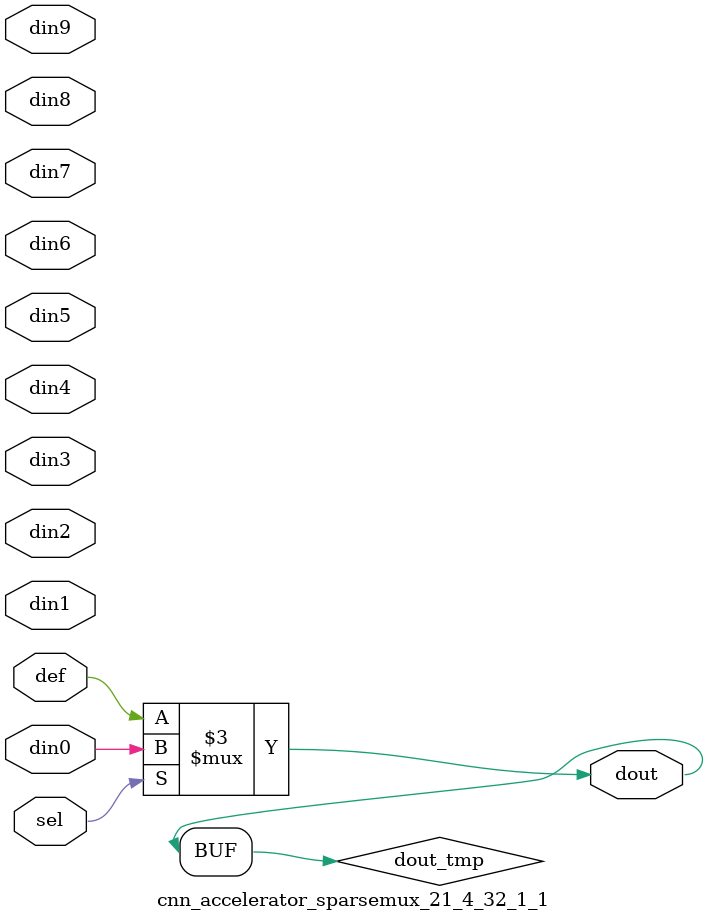
<source format=v>
`timescale 1ns / 1ps

module cnn_accelerator_sparsemux_21_4_32_1_1 (din0,din1,din2,din3,din4,din5,din6,din7,din8,din9,def,sel,dout);

parameter din0_WIDTH = 1;

parameter din1_WIDTH = 1;

parameter din2_WIDTH = 1;

parameter din3_WIDTH = 1;

parameter din4_WIDTH = 1;

parameter din5_WIDTH = 1;

parameter din6_WIDTH = 1;

parameter din7_WIDTH = 1;

parameter din8_WIDTH = 1;

parameter din9_WIDTH = 1;

parameter def_WIDTH = 1;
parameter sel_WIDTH = 1;
parameter dout_WIDTH = 1;

parameter [sel_WIDTH-1:0] CASE0 = 1;

parameter [sel_WIDTH-1:0] CASE1 = 1;

parameter [sel_WIDTH-1:0] CASE2 = 1;

parameter [sel_WIDTH-1:0] CASE3 = 1;

parameter [sel_WIDTH-1:0] CASE4 = 1;

parameter [sel_WIDTH-1:0] CASE5 = 1;

parameter [sel_WIDTH-1:0] CASE6 = 1;

parameter [sel_WIDTH-1:0] CASE7 = 1;

parameter [sel_WIDTH-1:0] CASE8 = 1;

parameter [sel_WIDTH-1:0] CASE9 = 1;

parameter ID = 1;
parameter NUM_STAGE = 1;



input [din0_WIDTH-1:0] din0;

input [din1_WIDTH-1:0] din1;

input [din2_WIDTH-1:0] din2;

input [din3_WIDTH-1:0] din3;

input [din4_WIDTH-1:0] din4;

input [din5_WIDTH-1:0] din5;

input [din6_WIDTH-1:0] din6;

input [din7_WIDTH-1:0] din7;

input [din8_WIDTH-1:0] din8;

input [din9_WIDTH-1:0] din9;

input [def_WIDTH-1:0] def;
input [sel_WIDTH-1:0] sel;

output [dout_WIDTH-1:0] dout;



reg [dout_WIDTH-1:0] dout_tmp;


always @ (*) begin
(* parallel_case *) case (sel)
    
    CASE0 : dout_tmp = din0;
    
    CASE1 : dout_tmp = din1;
    
    CASE2 : dout_tmp = din2;
    
    CASE3 : dout_tmp = din3;
    
    CASE4 : dout_tmp = din4;
    
    CASE5 : dout_tmp = din5;
    
    CASE6 : dout_tmp = din6;
    
    CASE7 : dout_tmp = din7;
    
    CASE8 : dout_tmp = din8;
    
    CASE9 : dout_tmp = din9;
    
    default : dout_tmp = def;
endcase
end


assign dout = dout_tmp;



endmodule

</source>
